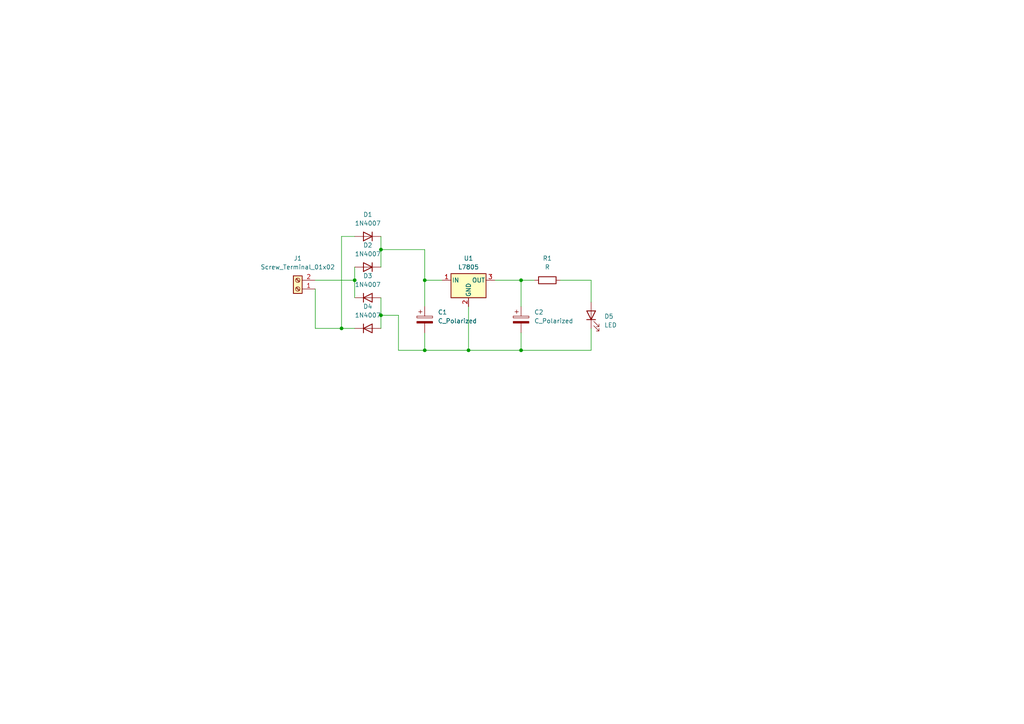
<source format=kicad_sch>
(kicad_sch
	(version 20250114)
	(generator "eeschema")
	(generator_version "9.0")
	(uuid "9af28165-831c-495d-9f8e-f989b438cdac")
	(paper "A4")
	(lib_symbols
		(symbol "Connector:Screw_Terminal_01x02"
			(pin_names
				(offset 1.016)
				(hide yes)
			)
			(exclude_from_sim no)
			(in_bom yes)
			(on_board yes)
			(property "Reference" "J"
				(at 0 2.54 0)
				(effects
					(font
						(size 1.27 1.27)
					)
				)
			)
			(property "Value" "Screw_Terminal_01x02"
				(at 0 -5.08 0)
				(effects
					(font
						(size 1.27 1.27)
					)
				)
			)
			(property "Footprint" ""
				(at 0 0 0)
				(effects
					(font
						(size 1.27 1.27)
					)
					(hide yes)
				)
			)
			(property "Datasheet" "~"
				(at 0 0 0)
				(effects
					(font
						(size 1.27 1.27)
					)
					(hide yes)
				)
			)
			(property "Description" "Generic screw terminal, single row, 01x02, script generated (kicad-library-utils/schlib/autogen/connector/)"
				(at 0 0 0)
				(effects
					(font
						(size 1.27 1.27)
					)
					(hide yes)
				)
			)
			(property "ki_keywords" "screw terminal"
				(at 0 0 0)
				(effects
					(font
						(size 1.27 1.27)
					)
					(hide yes)
				)
			)
			(property "ki_fp_filters" "TerminalBlock*:*"
				(at 0 0 0)
				(effects
					(font
						(size 1.27 1.27)
					)
					(hide yes)
				)
			)
			(symbol "Screw_Terminal_01x02_1_1"
				(rectangle
					(start -1.27 1.27)
					(end 1.27 -3.81)
					(stroke
						(width 0.254)
						(type default)
					)
					(fill
						(type background)
					)
				)
				(polyline
					(pts
						(xy -0.5334 0.3302) (xy 0.3302 -0.508)
					)
					(stroke
						(width 0.1524)
						(type default)
					)
					(fill
						(type none)
					)
				)
				(polyline
					(pts
						(xy -0.5334 -2.2098) (xy 0.3302 -3.048)
					)
					(stroke
						(width 0.1524)
						(type default)
					)
					(fill
						(type none)
					)
				)
				(polyline
					(pts
						(xy -0.3556 0.508) (xy 0.508 -0.3302)
					)
					(stroke
						(width 0.1524)
						(type default)
					)
					(fill
						(type none)
					)
				)
				(polyline
					(pts
						(xy -0.3556 -2.032) (xy 0.508 -2.8702)
					)
					(stroke
						(width 0.1524)
						(type default)
					)
					(fill
						(type none)
					)
				)
				(circle
					(center 0 0)
					(radius 0.635)
					(stroke
						(width 0.1524)
						(type default)
					)
					(fill
						(type none)
					)
				)
				(circle
					(center 0 -2.54)
					(radius 0.635)
					(stroke
						(width 0.1524)
						(type default)
					)
					(fill
						(type none)
					)
				)
				(pin passive line
					(at -5.08 0 0)
					(length 3.81)
					(name "Pin_1"
						(effects
							(font
								(size 1.27 1.27)
							)
						)
					)
					(number "1"
						(effects
							(font
								(size 1.27 1.27)
							)
						)
					)
				)
				(pin passive line
					(at -5.08 -2.54 0)
					(length 3.81)
					(name "Pin_2"
						(effects
							(font
								(size 1.27 1.27)
							)
						)
					)
					(number "2"
						(effects
							(font
								(size 1.27 1.27)
							)
						)
					)
				)
			)
			(embedded_fonts no)
		)
		(symbol "Device:C_Polarized"
			(pin_numbers
				(hide yes)
			)
			(pin_names
				(offset 0.254)
			)
			(exclude_from_sim no)
			(in_bom yes)
			(on_board yes)
			(property "Reference" "C"
				(at 0.635 2.54 0)
				(effects
					(font
						(size 1.27 1.27)
					)
					(justify left)
				)
			)
			(property "Value" "C_Polarized"
				(at 0.635 -2.54 0)
				(effects
					(font
						(size 1.27 1.27)
					)
					(justify left)
				)
			)
			(property "Footprint" ""
				(at 0.9652 -3.81 0)
				(effects
					(font
						(size 1.27 1.27)
					)
					(hide yes)
				)
			)
			(property "Datasheet" "~"
				(at 0 0 0)
				(effects
					(font
						(size 1.27 1.27)
					)
					(hide yes)
				)
			)
			(property "Description" "Polarized capacitor"
				(at 0 0 0)
				(effects
					(font
						(size 1.27 1.27)
					)
					(hide yes)
				)
			)
			(property "ki_keywords" "cap capacitor"
				(at 0 0 0)
				(effects
					(font
						(size 1.27 1.27)
					)
					(hide yes)
				)
			)
			(property "ki_fp_filters" "CP_*"
				(at 0 0 0)
				(effects
					(font
						(size 1.27 1.27)
					)
					(hide yes)
				)
			)
			(symbol "C_Polarized_0_1"
				(rectangle
					(start -2.286 0.508)
					(end 2.286 1.016)
					(stroke
						(width 0)
						(type default)
					)
					(fill
						(type none)
					)
				)
				(polyline
					(pts
						(xy -1.778 2.286) (xy -0.762 2.286)
					)
					(stroke
						(width 0)
						(type default)
					)
					(fill
						(type none)
					)
				)
				(polyline
					(pts
						(xy -1.27 2.794) (xy -1.27 1.778)
					)
					(stroke
						(width 0)
						(type default)
					)
					(fill
						(type none)
					)
				)
				(rectangle
					(start 2.286 -0.508)
					(end -2.286 -1.016)
					(stroke
						(width 0)
						(type default)
					)
					(fill
						(type outline)
					)
				)
			)
			(symbol "C_Polarized_1_1"
				(pin passive line
					(at 0 3.81 270)
					(length 2.794)
					(name "~"
						(effects
							(font
								(size 1.27 1.27)
							)
						)
					)
					(number "1"
						(effects
							(font
								(size 1.27 1.27)
							)
						)
					)
				)
				(pin passive line
					(at 0 -3.81 90)
					(length 2.794)
					(name "~"
						(effects
							(font
								(size 1.27 1.27)
							)
						)
					)
					(number "2"
						(effects
							(font
								(size 1.27 1.27)
							)
						)
					)
				)
			)
			(embedded_fonts no)
		)
		(symbol "Device:LED"
			(pin_numbers
				(hide yes)
			)
			(pin_names
				(offset 1.016)
				(hide yes)
			)
			(exclude_from_sim no)
			(in_bom yes)
			(on_board yes)
			(property "Reference" "D"
				(at 0 2.54 0)
				(effects
					(font
						(size 1.27 1.27)
					)
				)
			)
			(property "Value" "LED"
				(at 0 -2.54 0)
				(effects
					(font
						(size 1.27 1.27)
					)
				)
			)
			(property "Footprint" ""
				(at 0 0 0)
				(effects
					(font
						(size 1.27 1.27)
					)
					(hide yes)
				)
			)
			(property "Datasheet" "~"
				(at 0 0 0)
				(effects
					(font
						(size 1.27 1.27)
					)
					(hide yes)
				)
			)
			(property "Description" "Light emitting diode"
				(at 0 0 0)
				(effects
					(font
						(size 1.27 1.27)
					)
					(hide yes)
				)
			)
			(property "Sim.Pins" "1=K 2=A"
				(at 0 0 0)
				(effects
					(font
						(size 1.27 1.27)
					)
					(hide yes)
				)
			)
			(property "ki_keywords" "LED diode"
				(at 0 0 0)
				(effects
					(font
						(size 1.27 1.27)
					)
					(hide yes)
				)
			)
			(property "ki_fp_filters" "LED* LED_SMD:* LED_THT:*"
				(at 0 0 0)
				(effects
					(font
						(size 1.27 1.27)
					)
					(hide yes)
				)
			)
			(symbol "LED_0_1"
				(polyline
					(pts
						(xy -3.048 -0.762) (xy -4.572 -2.286) (xy -3.81 -2.286) (xy -4.572 -2.286) (xy -4.572 -1.524)
					)
					(stroke
						(width 0)
						(type default)
					)
					(fill
						(type none)
					)
				)
				(polyline
					(pts
						(xy -1.778 -0.762) (xy -3.302 -2.286) (xy -2.54 -2.286) (xy -3.302 -2.286) (xy -3.302 -1.524)
					)
					(stroke
						(width 0)
						(type default)
					)
					(fill
						(type none)
					)
				)
				(polyline
					(pts
						(xy -1.27 0) (xy 1.27 0)
					)
					(stroke
						(width 0)
						(type default)
					)
					(fill
						(type none)
					)
				)
				(polyline
					(pts
						(xy -1.27 -1.27) (xy -1.27 1.27)
					)
					(stroke
						(width 0.254)
						(type default)
					)
					(fill
						(type none)
					)
				)
				(polyline
					(pts
						(xy 1.27 -1.27) (xy 1.27 1.27) (xy -1.27 0) (xy 1.27 -1.27)
					)
					(stroke
						(width 0.254)
						(type default)
					)
					(fill
						(type none)
					)
				)
			)
			(symbol "LED_1_1"
				(pin passive line
					(at -3.81 0 0)
					(length 2.54)
					(name "K"
						(effects
							(font
								(size 1.27 1.27)
							)
						)
					)
					(number "1"
						(effects
							(font
								(size 1.27 1.27)
							)
						)
					)
				)
				(pin passive line
					(at 3.81 0 180)
					(length 2.54)
					(name "A"
						(effects
							(font
								(size 1.27 1.27)
							)
						)
					)
					(number "2"
						(effects
							(font
								(size 1.27 1.27)
							)
						)
					)
				)
			)
			(embedded_fonts no)
		)
		(symbol "Device:R"
			(pin_numbers
				(hide yes)
			)
			(pin_names
				(offset 0)
			)
			(exclude_from_sim no)
			(in_bom yes)
			(on_board yes)
			(property "Reference" "R"
				(at 2.032 0 90)
				(effects
					(font
						(size 1.27 1.27)
					)
				)
			)
			(property "Value" "R"
				(at 0 0 90)
				(effects
					(font
						(size 1.27 1.27)
					)
				)
			)
			(property "Footprint" ""
				(at -1.778 0 90)
				(effects
					(font
						(size 1.27 1.27)
					)
					(hide yes)
				)
			)
			(property "Datasheet" "~"
				(at 0 0 0)
				(effects
					(font
						(size 1.27 1.27)
					)
					(hide yes)
				)
			)
			(property "Description" "Resistor"
				(at 0 0 0)
				(effects
					(font
						(size 1.27 1.27)
					)
					(hide yes)
				)
			)
			(property "ki_keywords" "R res resistor"
				(at 0 0 0)
				(effects
					(font
						(size 1.27 1.27)
					)
					(hide yes)
				)
			)
			(property "ki_fp_filters" "R_*"
				(at 0 0 0)
				(effects
					(font
						(size 1.27 1.27)
					)
					(hide yes)
				)
			)
			(symbol "R_0_1"
				(rectangle
					(start -1.016 -2.54)
					(end 1.016 2.54)
					(stroke
						(width 0.254)
						(type default)
					)
					(fill
						(type none)
					)
				)
			)
			(symbol "R_1_1"
				(pin passive line
					(at 0 3.81 270)
					(length 1.27)
					(name "~"
						(effects
							(font
								(size 1.27 1.27)
							)
						)
					)
					(number "1"
						(effects
							(font
								(size 1.27 1.27)
							)
						)
					)
				)
				(pin passive line
					(at 0 -3.81 90)
					(length 1.27)
					(name "~"
						(effects
							(font
								(size 1.27 1.27)
							)
						)
					)
					(number "2"
						(effects
							(font
								(size 1.27 1.27)
							)
						)
					)
				)
			)
			(embedded_fonts no)
		)
		(symbol "Diode:1N4007"
			(pin_numbers
				(hide yes)
			)
			(pin_names
				(hide yes)
			)
			(exclude_from_sim no)
			(in_bom yes)
			(on_board yes)
			(property "Reference" "D"
				(at 0 2.54 0)
				(effects
					(font
						(size 1.27 1.27)
					)
				)
			)
			(property "Value" "1N4007"
				(at 0 -2.54 0)
				(effects
					(font
						(size 1.27 1.27)
					)
				)
			)
			(property "Footprint" "Diode_THT:D_DO-41_SOD81_P10.16mm_Horizontal"
				(at 0 -4.445 0)
				(effects
					(font
						(size 1.27 1.27)
					)
					(hide yes)
				)
			)
			(property "Datasheet" "http://www.vishay.com/docs/88503/1n4001.pdf"
				(at 0 0 0)
				(effects
					(font
						(size 1.27 1.27)
					)
					(hide yes)
				)
			)
			(property "Description" "1000V 1A General Purpose Rectifier Diode, DO-41"
				(at 0 0 0)
				(effects
					(font
						(size 1.27 1.27)
					)
					(hide yes)
				)
			)
			(property "Sim.Device" "D"
				(at 0 0 0)
				(effects
					(font
						(size 1.27 1.27)
					)
					(hide yes)
				)
			)
			(property "Sim.Pins" "1=K 2=A"
				(at 0 0 0)
				(effects
					(font
						(size 1.27 1.27)
					)
					(hide yes)
				)
			)
			(property "ki_keywords" "diode"
				(at 0 0 0)
				(effects
					(font
						(size 1.27 1.27)
					)
					(hide yes)
				)
			)
			(property "ki_fp_filters" "D*DO?41*"
				(at 0 0 0)
				(effects
					(font
						(size 1.27 1.27)
					)
					(hide yes)
				)
			)
			(symbol "1N4007_0_1"
				(polyline
					(pts
						(xy -1.27 1.27) (xy -1.27 -1.27)
					)
					(stroke
						(width 0.254)
						(type default)
					)
					(fill
						(type none)
					)
				)
				(polyline
					(pts
						(xy 1.27 1.27) (xy 1.27 -1.27) (xy -1.27 0) (xy 1.27 1.27)
					)
					(stroke
						(width 0.254)
						(type default)
					)
					(fill
						(type none)
					)
				)
				(polyline
					(pts
						(xy 1.27 0) (xy -1.27 0)
					)
					(stroke
						(width 0)
						(type default)
					)
					(fill
						(type none)
					)
				)
			)
			(symbol "1N4007_1_1"
				(pin passive line
					(at -3.81 0 0)
					(length 2.54)
					(name "K"
						(effects
							(font
								(size 1.27 1.27)
							)
						)
					)
					(number "1"
						(effects
							(font
								(size 1.27 1.27)
							)
						)
					)
				)
				(pin passive line
					(at 3.81 0 180)
					(length 2.54)
					(name "A"
						(effects
							(font
								(size 1.27 1.27)
							)
						)
					)
					(number "2"
						(effects
							(font
								(size 1.27 1.27)
							)
						)
					)
				)
			)
			(embedded_fonts no)
		)
		(symbol "Regulator_Linear:L7805"
			(pin_names
				(offset 0.254)
			)
			(exclude_from_sim no)
			(in_bom yes)
			(on_board yes)
			(property "Reference" "U"
				(at -3.81 3.175 0)
				(effects
					(font
						(size 1.27 1.27)
					)
				)
			)
			(property "Value" "L7805"
				(at 0 3.175 0)
				(effects
					(font
						(size 1.27 1.27)
					)
					(justify left)
				)
			)
			(property "Footprint" ""
				(at 0.635 -3.81 0)
				(effects
					(font
						(size 1.27 1.27)
						(italic yes)
					)
					(justify left)
					(hide yes)
				)
			)
			(property "Datasheet" "http://www.st.com/content/ccc/resource/technical/document/datasheet/41/4f/b3/b0/12/d4/47/88/CD00000444.pdf/files/CD00000444.pdf/jcr:content/translations/en.CD00000444.pdf"
				(at 0 -1.27 0)
				(effects
					(font
						(size 1.27 1.27)
					)
					(hide yes)
				)
			)
			(property "Description" "Positive 1.5A 35V Linear Regulator, Fixed Output 5V, TO-220/TO-263/TO-252"
				(at 0 0 0)
				(effects
					(font
						(size 1.27 1.27)
					)
					(hide yes)
				)
			)
			(property "ki_keywords" "Voltage Regulator 1.5A Positive"
				(at 0 0 0)
				(effects
					(font
						(size 1.27 1.27)
					)
					(hide yes)
				)
			)
			(property "ki_fp_filters" "TO?252* TO?263* TO?220*"
				(at 0 0 0)
				(effects
					(font
						(size 1.27 1.27)
					)
					(hide yes)
				)
			)
			(symbol "L7805_0_1"
				(rectangle
					(start -5.08 1.905)
					(end 5.08 -5.08)
					(stroke
						(width 0.254)
						(type default)
					)
					(fill
						(type background)
					)
				)
			)
			(symbol "L7805_1_1"
				(pin power_in line
					(at -7.62 0 0)
					(length 2.54)
					(name "IN"
						(effects
							(font
								(size 1.27 1.27)
							)
						)
					)
					(number "1"
						(effects
							(font
								(size 1.27 1.27)
							)
						)
					)
				)
				(pin power_in line
					(at 0 -7.62 90)
					(length 2.54)
					(name "GND"
						(effects
							(font
								(size 1.27 1.27)
							)
						)
					)
					(number "2"
						(effects
							(font
								(size 1.27 1.27)
							)
						)
					)
				)
				(pin power_out line
					(at 7.62 0 180)
					(length 2.54)
					(name "OUT"
						(effects
							(font
								(size 1.27 1.27)
							)
						)
					)
					(number "3"
						(effects
							(font
								(size 1.27 1.27)
							)
						)
					)
				)
			)
			(embedded_fonts no)
		)
	)
	(junction
		(at 110.49 72.39)
		(diameter 0)
		(color 0 0 0 0)
		(uuid "11aafba1-e7a7-4e38-ab32-90bf30a58a9e")
	)
	(junction
		(at 102.87 81.28)
		(diameter 0)
		(color 0 0 0 0)
		(uuid "1c164923-7a3e-4e9a-be87-8c1a6a49ff21")
	)
	(junction
		(at 151.13 81.28)
		(diameter 0)
		(color 0 0 0 0)
		(uuid "2d40ccdb-8502-4ed7-8f86-f483a45d6429")
	)
	(junction
		(at 123.19 81.28)
		(diameter 0)
		(color 0 0 0 0)
		(uuid "378e318e-177e-4d10-a6bf-fe063d760367")
	)
	(junction
		(at 123.19 101.6)
		(diameter 0)
		(color 0 0 0 0)
		(uuid "784bcfe3-c382-4f08-83ad-24efda08ffb0")
	)
	(junction
		(at 99.06 95.25)
		(diameter 0)
		(color 0 0 0 0)
		(uuid "7d642eee-ae5f-4105-ac48-8d621b0dcc69")
	)
	(junction
		(at 135.89 101.6)
		(diameter 0)
		(color 0 0 0 0)
		(uuid "927103a2-3818-41fb-beb9-d27c14f2988f")
	)
	(junction
		(at 110.49 91.44)
		(diameter 0)
		(color 0 0 0 0)
		(uuid "e2610d06-24d3-4cda-85c0-532adf256acc")
	)
	(junction
		(at 151.13 101.6)
		(diameter 0)
		(color 0 0 0 0)
		(uuid "e9f1c9e9-abf5-459e-89a8-1f8d19977cba")
	)
	(wire
		(pts
			(xy 102.87 68.58) (xy 99.06 68.58)
		)
		(stroke
			(width 0)
			(type default)
		)
		(uuid "03cc0e09-51b0-4cfb-b0ac-a4545c4f163f")
	)
	(wire
		(pts
			(xy 123.19 72.39) (xy 123.19 81.28)
		)
		(stroke
			(width 0)
			(type default)
		)
		(uuid "20212284-316c-460a-a127-454e098dc0eb")
	)
	(wire
		(pts
			(xy 171.45 95.25) (xy 171.45 101.6)
		)
		(stroke
			(width 0)
			(type default)
		)
		(uuid "284af522-c255-47e2-9321-9b91458e8555")
	)
	(wire
		(pts
			(xy 110.49 86.36) (xy 110.49 91.44)
		)
		(stroke
			(width 0)
			(type default)
		)
		(uuid "2b1f80b2-8458-47fe-8019-33bfd0c1e4f8")
	)
	(wire
		(pts
			(xy 99.06 95.25) (xy 102.87 95.25)
		)
		(stroke
			(width 0)
			(type default)
		)
		(uuid "33fa7dd3-5b1a-4afa-945f-4487fd95ce07")
	)
	(wire
		(pts
			(xy 110.49 91.44) (xy 110.49 95.25)
		)
		(stroke
			(width 0)
			(type default)
		)
		(uuid "35c64465-5e07-44e9-a45f-a5cc2432de5f")
	)
	(wire
		(pts
			(xy 135.89 88.9) (xy 135.89 101.6)
		)
		(stroke
			(width 0)
			(type default)
		)
		(uuid "372f1c0f-c646-4342-9873-96c40111e2f9")
	)
	(wire
		(pts
			(xy 110.49 72.39) (xy 110.49 77.47)
		)
		(stroke
			(width 0)
			(type default)
		)
		(uuid "4a52181d-fba2-4c92-ae08-0f02505f295d")
	)
	(wire
		(pts
			(xy 110.49 68.58) (xy 110.49 72.39)
		)
		(stroke
			(width 0)
			(type default)
		)
		(uuid "4b75c032-e55e-4696-b27c-e6204a15daaa")
	)
	(wire
		(pts
			(xy 91.44 95.25) (xy 99.06 95.25)
		)
		(stroke
			(width 0)
			(type default)
		)
		(uuid "53e57b11-a32b-480e-8d17-b13b40a8a191")
	)
	(wire
		(pts
			(xy 102.87 77.47) (xy 102.87 81.28)
		)
		(stroke
			(width 0)
			(type default)
		)
		(uuid "5a83f8a4-7694-471a-96f4-b326b2a95aed")
	)
	(wire
		(pts
			(xy 128.27 81.28) (xy 123.19 81.28)
		)
		(stroke
			(width 0)
			(type default)
		)
		(uuid "6436d31f-d38b-435e-ac68-569ad905b30b")
	)
	(wire
		(pts
			(xy 151.13 101.6) (xy 151.13 96.52)
		)
		(stroke
			(width 0)
			(type default)
		)
		(uuid "6c0487b8-0828-4194-9ae1-c61897e1c2ad")
	)
	(wire
		(pts
			(xy 99.06 68.58) (xy 99.06 95.25)
		)
		(stroke
			(width 0)
			(type default)
		)
		(uuid "74974cf1-fd61-4e25-ae8c-8ef9cb7809a4")
	)
	(wire
		(pts
			(xy 123.19 96.52) (xy 123.19 101.6)
		)
		(stroke
			(width 0)
			(type default)
		)
		(uuid "76e2c943-64be-443c-be7c-cbd7fab74442")
	)
	(wire
		(pts
			(xy 171.45 101.6) (xy 151.13 101.6)
		)
		(stroke
			(width 0)
			(type default)
		)
		(uuid "870a8179-7ab8-468e-8685-6c3b2a739623")
	)
	(wire
		(pts
			(xy 171.45 81.28) (xy 171.45 87.63)
		)
		(stroke
			(width 0)
			(type default)
		)
		(uuid "87919616-773e-4330-bf4d-e4987c97b382")
	)
	(wire
		(pts
			(xy 115.57 91.44) (xy 115.57 101.6)
		)
		(stroke
			(width 0)
			(type default)
		)
		(uuid "89531092-7809-4623-8795-a9ae04d2310a")
	)
	(wire
		(pts
			(xy 151.13 81.28) (xy 154.94 81.28)
		)
		(stroke
			(width 0)
			(type default)
		)
		(uuid "94f8a8ef-2e87-4a92-a322-496f90a067d5")
	)
	(wire
		(pts
			(xy 162.56 81.28) (xy 171.45 81.28)
		)
		(stroke
			(width 0)
			(type default)
		)
		(uuid "99f6aeba-cf45-4016-b403-e1547efe871d")
	)
	(wire
		(pts
			(xy 115.57 101.6) (xy 123.19 101.6)
		)
		(stroke
			(width 0)
			(type default)
		)
		(uuid "a0ec99e9-959e-4bfe-9683-d6f5b7b972c2")
	)
	(wire
		(pts
			(xy 135.89 101.6) (xy 151.13 101.6)
		)
		(stroke
			(width 0)
			(type default)
		)
		(uuid "a3db9248-8bcc-466c-a0cc-10b7a152b098")
	)
	(wire
		(pts
			(xy 123.19 101.6) (xy 135.89 101.6)
		)
		(stroke
			(width 0)
			(type default)
		)
		(uuid "aafca399-6d9f-4ad9-87b0-8b85496196e0")
	)
	(wire
		(pts
			(xy 123.19 81.28) (xy 123.19 88.9)
		)
		(stroke
			(width 0)
			(type default)
		)
		(uuid "b968a002-7055-4e95-9966-7aca206a7423")
	)
	(wire
		(pts
			(xy 110.49 72.39) (xy 123.19 72.39)
		)
		(stroke
			(width 0)
			(type default)
		)
		(uuid "ba2518a6-f028-4d8b-95b6-abed0faf588f")
	)
	(wire
		(pts
			(xy 102.87 81.28) (xy 102.87 86.36)
		)
		(stroke
			(width 0)
			(type default)
		)
		(uuid "bf96af3a-ec3d-4abd-b961-0ad3473e932d")
	)
	(wire
		(pts
			(xy 91.44 81.28) (xy 102.87 81.28)
		)
		(stroke
			(width 0)
			(type default)
		)
		(uuid "cec2895f-9d42-4033-96b4-adeebcabef3c")
	)
	(wire
		(pts
			(xy 110.49 91.44) (xy 115.57 91.44)
		)
		(stroke
			(width 0)
			(type default)
		)
		(uuid "d5375ffd-3283-411e-acfe-ce6157012e5e")
	)
	(wire
		(pts
			(xy 91.44 95.25) (xy 91.44 83.82)
		)
		(stroke
			(width 0)
			(type default)
		)
		(uuid "d70f65fc-4c8a-4c1b-b6fa-bcde3124d52d")
	)
	(wire
		(pts
			(xy 151.13 88.9) (xy 151.13 81.28)
		)
		(stroke
			(width 0)
			(type default)
		)
		(uuid "ebf1b227-9eb5-45a6-b585-9861f3fc069e")
	)
	(wire
		(pts
			(xy 143.51 81.28) (xy 151.13 81.28)
		)
		(stroke
			(width 0)
			(type default)
		)
		(uuid "ef7b58dc-57ce-478b-af23-21cdc816958c")
	)
	(symbol
		(lib_id "Device:C_Polarized")
		(at 123.19 92.71 0)
		(unit 1)
		(exclude_from_sim no)
		(in_bom yes)
		(on_board yes)
		(dnp no)
		(fields_autoplaced yes)
		(uuid "12512665-25aa-4ae8-b7de-7f7738eb84a5")
		(property "Reference" "C1"
			(at 127 90.5509 0)
			(effects
				(font
					(size 1.27 1.27)
				)
				(justify left)
			)
		)
		(property "Value" "C_Polarized"
			(at 127 93.0909 0)
			(effects
				(font
					(size 1.27 1.27)
				)
				(justify left)
			)
		)
		(property "Footprint" "Capacitor_THT:CP_Radial_D8.0mm_P5.00mm"
			(at 124.1552 96.52 0)
			(effects
				(font
					(size 1.27 1.27)
				)
				(hide yes)
			)
		)
		(property "Datasheet" "~"
			(at 123.19 92.71 0)
			(effects
				(font
					(size 1.27 1.27)
				)
				(hide yes)
			)
		)
		(property "Description" "Polarized capacitor"
			(at 123.19 92.71 0)
			(effects
				(font
					(size 1.27 1.27)
				)
				(hide yes)
			)
		)
		(pin "2"
			(uuid "7e9f3b9c-4805-4e5e-a628-ee0ddc029bc6")
		)
		(pin "1"
			(uuid "a375a07f-d197-40e9-a503-a09fa7031e47")
		)
		(instances
			(project ""
				(path "/9af28165-831c-495d-9f8e-f989b438cdac"
					(reference "C1")
					(unit 1)
				)
			)
		)
	)
	(symbol
		(lib_id "Connector:Screw_Terminal_01x02")
		(at 86.36 83.82 180)
		(unit 1)
		(exclude_from_sim no)
		(in_bom yes)
		(on_board yes)
		(dnp no)
		(fields_autoplaced yes)
		(uuid "1d13f836-52e7-4332-981b-c5d11ea474cd")
		(property "Reference" "J1"
			(at 86.36 74.93 0)
			(effects
				(font
					(size 1.27 1.27)
				)
			)
		)
		(property "Value" "Screw_Terminal_01x02"
			(at 86.36 77.47 0)
			(effects
				(font
					(size 1.27 1.27)
				)
			)
		)
		(property "Footprint" "TerminalBlock:TerminalBlock_MaiXu_MX126-5.0-02P_1x02_P5.00mm"
			(at 86.36 83.82 0)
			(effects
				(font
					(size 1.27 1.27)
				)
				(hide yes)
			)
		)
		(property "Datasheet" "~"
			(at 86.36 83.82 0)
			(effects
				(font
					(size 1.27 1.27)
				)
				(hide yes)
			)
		)
		(property "Description" "Generic screw terminal, single row, 01x02, script generated (kicad-library-utils/schlib/autogen/connector/)"
			(at 86.36 83.82 0)
			(effects
				(font
					(size 1.27 1.27)
				)
				(hide yes)
			)
		)
		(pin "1"
			(uuid "b63aa4d1-c798-44de-a731-dd5b48e522d0")
		)
		(pin "2"
			(uuid "ef56daa4-87f7-481f-a45d-afc61b69bb2c")
		)
		(instances
			(project ""
				(path "/9af28165-831c-495d-9f8e-f989b438cdac"
					(reference "J1")
					(unit 1)
				)
			)
		)
	)
	(symbol
		(lib_id "Diode:1N4007")
		(at 106.68 95.25 0)
		(unit 1)
		(exclude_from_sim no)
		(in_bom yes)
		(on_board yes)
		(dnp no)
		(fields_autoplaced yes)
		(uuid "550ee5c4-18d5-4a7f-b5af-c56021f247f0")
		(property "Reference" "D4"
			(at 106.68 88.9 0)
			(effects
				(font
					(size 1.27 1.27)
				)
			)
		)
		(property "Value" "1N4007"
			(at 106.68 91.44 0)
			(effects
				(font
					(size 1.27 1.27)
				)
			)
		)
		(property "Footprint" "Diode_THT:D_DO-41_SOD81_P10.16mm_Horizontal"
			(at 106.68 99.695 0)
			(effects
				(font
					(size 1.27 1.27)
				)
				(hide yes)
			)
		)
		(property "Datasheet" "http://www.vishay.com/docs/88503/1n4001.pdf"
			(at 106.68 95.25 0)
			(effects
				(font
					(size 1.27 1.27)
				)
				(hide yes)
			)
		)
		(property "Description" "1000V 1A General Purpose Rectifier Diode, DO-41"
			(at 106.68 95.25 0)
			(effects
				(font
					(size 1.27 1.27)
				)
				(hide yes)
			)
		)
		(property "Sim.Device" "D"
			(at 106.68 95.25 0)
			(effects
				(font
					(size 1.27 1.27)
				)
				(hide yes)
			)
		)
		(property "Sim.Pins" "1=K 2=A"
			(at 106.68 95.25 0)
			(effects
				(font
					(size 1.27 1.27)
				)
				(hide yes)
			)
		)
		(pin "1"
			(uuid "c8b46314-b616-4802-baad-4e5a2743d486")
		)
		(pin "2"
			(uuid "d507f6a4-9319-465f-adca-04cfe2389550")
		)
		(instances
			(project ""
				(path "/9af28165-831c-495d-9f8e-f989b438cdac"
					(reference "D4")
					(unit 1)
				)
			)
		)
	)
	(symbol
		(lib_id "Diode:1N4007")
		(at 106.68 77.47 180)
		(unit 1)
		(exclude_from_sim no)
		(in_bom yes)
		(on_board yes)
		(dnp no)
		(fields_autoplaced yes)
		(uuid "589008ec-6645-489f-a554-dfbfb1d69a64")
		(property "Reference" "D2"
			(at 106.68 71.12 0)
			(effects
				(font
					(size 1.27 1.27)
				)
			)
		)
		(property "Value" "1N4007"
			(at 106.68 73.66 0)
			(effects
				(font
					(size 1.27 1.27)
				)
			)
		)
		(property "Footprint" "Diode_THT:D_DO-41_SOD81_P10.16mm_Horizontal"
			(at 106.68 73.025 0)
			(effects
				(font
					(size 1.27 1.27)
				)
				(hide yes)
			)
		)
		(property "Datasheet" "http://www.vishay.com/docs/88503/1n4001.pdf"
			(at 106.68 77.47 0)
			(effects
				(font
					(size 1.27 1.27)
				)
				(hide yes)
			)
		)
		(property "Description" "1000V 1A General Purpose Rectifier Diode, DO-41"
			(at 106.68 77.47 0)
			(effects
				(font
					(size 1.27 1.27)
				)
				(hide yes)
			)
		)
		(property "Sim.Device" "D"
			(at 106.68 77.47 0)
			(effects
				(font
					(size 1.27 1.27)
				)
				(hide yes)
			)
		)
		(property "Sim.Pins" "1=K 2=A"
			(at 106.68 77.47 0)
			(effects
				(font
					(size 1.27 1.27)
				)
				(hide yes)
			)
		)
		(pin "1"
			(uuid "d58a686d-ba2a-4e6d-b8ca-a95f5b690b19")
		)
		(pin "2"
			(uuid "73435d2f-9096-4b91-aa18-25b5cc4a77eb")
		)
		(instances
			(project ""
				(path "/9af28165-831c-495d-9f8e-f989b438cdac"
					(reference "D2")
					(unit 1)
				)
			)
		)
	)
	(symbol
		(lib_id "Diode:1N4007")
		(at 106.68 86.36 0)
		(unit 1)
		(exclude_from_sim no)
		(in_bom yes)
		(on_board yes)
		(dnp no)
		(fields_autoplaced yes)
		(uuid "77f9e5aa-53a1-47f6-bc91-27570ae556c6")
		(property "Reference" "D3"
			(at 106.68 80.01 0)
			(effects
				(font
					(size 1.27 1.27)
				)
			)
		)
		(property "Value" "1N4007"
			(at 106.68 82.55 0)
			(effects
				(font
					(size 1.27 1.27)
				)
			)
		)
		(property "Footprint" "Diode_THT:D_DO-41_SOD81_P10.16mm_Horizontal"
			(at 106.68 90.805 0)
			(effects
				(font
					(size 1.27 1.27)
				)
				(hide yes)
			)
		)
		(property "Datasheet" "http://www.vishay.com/docs/88503/1n4001.pdf"
			(at 106.68 86.36 0)
			(effects
				(font
					(size 1.27 1.27)
				)
				(hide yes)
			)
		)
		(property "Description" "1000V 1A General Purpose Rectifier Diode, DO-41"
			(at 106.68 86.36 0)
			(effects
				(font
					(size 1.27 1.27)
				)
				(hide yes)
			)
		)
		(property "Sim.Device" "D"
			(at 106.68 86.36 0)
			(effects
				(font
					(size 1.27 1.27)
				)
				(hide yes)
			)
		)
		(property "Sim.Pins" "1=K 2=A"
			(at 106.68 86.36 0)
			(effects
				(font
					(size 1.27 1.27)
				)
				(hide yes)
			)
		)
		(pin "2"
			(uuid "2e9345d9-18f0-4cd2-9eda-ec55bba5b98a")
		)
		(pin "1"
			(uuid "d59b02de-d647-4e0a-af36-343b378564fd")
		)
		(instances
			(project ""
				(path "/9af28165-831c-495d-9f8e-f989b438cdac"
					(reference "D3")
					(unit 1)
				)
			)
		)
	)
	(symbol
		(lib_id "Device:R")
		(at 158.75 81.28 90)
		(unit 1)
		(exclude_from_sim no)
		(in_bom yes)
		(on_board yes)
		(dnp no)
		(fields_autoplaced yes)
		(uuid "a90aaca7-a94d-42d2-82b8-e108bc8fed23")
		(property "Reference" "R1"
			(at 158.75 74.93 90)
			(effects
				(font
					(size 1.27 1.27)
				)
			)
		)
		(property "Value" "R"
			(at 158.75 77.47 90)
			(effects
				(font
					(size 1.27 1.27)
				)
			)
		)
		(property "Footprint" "Resistor_THT:R_Axial_DIN0204_L3.6mm_D1.6mm_P7.62mm_Horizontal"
			(at 158.75 83.058 90)
			(effects
				(font
					(size 1.27 1.27)
				)
				(hide yes)
			)
		)
		(property "Datasheet" "~"
			(at 158.75 81.28 0)
			(effects
				(font
					(size 1.27 1.27)
				)
				(hide yes)
			)
		)
		(property "Description" "Resistor"
			(at 158.75 81.28 0)
			(effects
				(font
					(size 1.27 1.27)
				)
				(hide yes)
			)
		)
		(pin "1"
			(uuid "b50c4b33-fa15-4998-aedd-630441f756ac")
		)
		(pin "2"
			(uuid "d7cb75cd-e956-41c2-9393-d0b78c235ecf")
		)
		(instances
			(project ""
				(path "/9af28165-831c-495d-9f8e-f989b438cdac"
					(reference "R1")
					(unit 1)
				)
			)
		)
	)
	(symbol
		(lib_id "Device:C_Polarized")
		(at 151.13 92.71 0)
		(unit 1)
		(exclude_from_sim no)
		(in_bom yes)
		(on_board yes)
		(dnp no)
		(fields_autoplaced yes)
		(uuid "aab60f50-01d8-4bc3-920d-32aa3f374a73")
		(property "Reference" "C2"
			(at 154.94 90.5509 0)
			(effects
				(font
					(size 1.27 1.27)
				)
				(justify left)
			)
		)
		(property "Value" "C_Polarized"
			(at 154.94 93.0909 0)
			(effects
				(font
					(size 1.27 1.27)
				)
				(justify left)
			)
		)
		(property "Footprint" "Capacitor_THT:CP_Radial_D8.0mm_P5.00mm"
			(at 152.0952 96.52 0)
			(effects
				(font
					(size 1.27 1.27)
				)
				(hide yes)
			)
		)
		(property "Datasheet" "~"
			(at 151.13 92.71 0)
			(effects
				(font
					(size 1.27 1.27)
				)
				(hide yes)
			)
		)
		(property "Description" "Polarized capacitor"
			(at 151.13 92.71 0)
			(effects
				(font
					(size 1.27 1.27)
				)
				(hide yes)
			)
		)
		(pin "2"
			(uuid "d5ace6d6-be2c-4354-a173-fd2494d4c47b")
		)
		(pin "1"
			(uuid "d26aa051-05f2-45d6-8c60-5a0137ff6f06")
		)
		(instances
			(project ""
				(path "/9af28165-831c-495d-9f8e-f989b438cdac"
					(reference "C2")
					(unit 1)
				)
			)
		)
	)
	(symbol
		(lib_id "Device:LED")
		(at 171.45 91.44 90)
		(unit 1)
		(exclude_from_sim no)
		(in_bom yes)
		(on_board yes)
		(dnp no)
		(fields_autoplaced yes)
		(uuid "cbc6ecde-073c-48bc-a151-5af96f710e1c")
		(property "Reference" "D5"
			(at 175.26 91.7574 90)
			(effects
				(font
					(size 1.27 1.27)
				)
				(justify right)
			)
		)
		(property "Value" "LED"
			(at 175.26 94.2974 90)
			(effects
				(font
					(size 1.27 1.27)
				)
				(justify right)
			)
		)
		(property "Footprint" "LED_THT:LED_D5.0mm"
			(at 171.45 91.44 0)
			(effects
				(font
					(size 1.27 1.27)
				)
				(hide yes)
			)
		)
		(property "Datasheet" "~"
			(at 171.45 91.44 0)
			(effects
				(font
					(size 1.27 1.27)
				)
				(hide yes)
			)
		)
		(property "Description" "Light emitting diode"
			(at 171.45 91.44 0)
			(effects
				(font
					(size 1.27 1.27)
				)
				(hide yes)
			)
		)
		(property "Sim.Pins" "1=K 2=A"
			(at 171.45 91.44 0)
			(effects
				(font
					(size 1.27 1.27)
				)
				(hide yes)
			)
		)
		(pin "1"
			(uuid "acb315f5-daa2-47dc-a39c-f8888b9a2a32")
		)
		(pin "2"
			(uuid "3d0b0c36-9b28-4cb3-957e-20a5c4050a9b")
		)
		(instances
			(project ""
				(path "/9af28165-831c-495d-9f8e-f989b438cdac"
					(reference "D5")
					(unit 1)
				)
			)
		)
	)
	(symbol
		(lib_id "Regulator_Linear:L7805")
		(at 135.89 81.28 0)
		(unit 1)
		(exclude_from_sim no)
		(in_bom yes)
		(on_board yes)
		(dnp no)
		(fields_autoplaced yes)
		(uuid "e3eb96f5-7919-4590-8b0f-5218ebaa1240")
		(property "Reference" "U1"
			(at 135.89 74.93 0)
			(effects
				(font
					(size 1.27 1.27)
				)
			)
		)
		(property "Value" "L7805"
			(at 135.89 77.47 0)
			(effects
				(font
					(size 1.27 1.27)
				)
			)
		)
		(property "Footprint" "Package_TO_SOT_THT:TO-220-3_Vertical"
			(at 136.525 85.09 0)
			(effects
				(font
					(size 1.27 1.27)
					(italic yes)
				)
				(justify left)
				(hide yes)
			)
		)
		(property "Datasheet" "http://www.st.com/content/ccc/resource/technical/document/datasheet/41/4f/b3/b0/12/d4/47/88/CD00000444.pdf/files/CD00000444.pdf/jcr:content/translations/en.CD00000444.pdf"
			(at 135.89 82.55 0)
			(effects
				(font
					(size 1.27 1.27)
				)
				(hide yes)
			)
		)
		(property "Description" "Positive 1.5A 35V Linear Regulator, Fixed Output 5V, TO-220/TO-263/TO-252"
			(at 135.89 81.28 0)
			(effects
				(font
					(size 1.27 1.27)
				)
				(hide yes)
			)
		)
		(pin "2"
			(uuid "7d61d27e-55df-4641-a138-cc21e61e6daa")
		)
		(pin "1"
			(uuid "876dd0d9-fcab-4d66-ad36-3686530c4f94")
		)
		(pin "3"
			(uuid "2a70ff3c-713b-41ef-86c9-291ae9ee8464")
		)
		(instances
			(project ""
				(path "/9af28165-831c-495d-9f8e-f989b438cdac"
					(reference "U1")
					(unit 1)
				)
			)
		)
	)
	(symbol
		(lib_id "Diode:1N4007")
		(at 106.68 68.58 180)
		(unit 1)
		(exclude_from_sim no)
		(in_bom yes)
		(on_board yes)
		(dnp no)
		(fields_autoplaced yes)
		(uuid "f0a9fa8f-3fbc-4bdd-b945-f62732eba6af")
		(property "Reference" "D1"
			(at 106.68 62.23 0)
			(effects
				(font
					(size 1.27 1.27)
				)
			)
		)
		(property "Value" "1N4007"
			(at 106.68 64.77 0)
			(effects
				(font
					(size 1.27 1.27)
				)
			)
		)
		(property "Footprint" "Diode_THT:D_DO-41_SOD81_P10.16mm_Horizontal"
			(at 106.68 64.135 0)
			(effects
				(font
					(size 1.27 1.27)
				)
				(hide yes)
			)
		)
		(property "Datasheet" "http://www.vishay.com/docs/88503/1n4001.pdf"
			(at 106.68 68.58 0)
			(effects
				(font
					(size 1.27 1.27)
				)
				(hide yes)
			)
		)
		(property "Description" "1000V 1A General Purpose Rectifier Diode, DO-41"
			(at 106.68 68.58 0)
			(effects
				(font
					(size 1.27 1.27)
				)
				(hide yes)
			)
		)
		(property "Sim.Device" "D"
			(at 106.68 68.58 0)
			(effects
				(font
					(size 1.27 1.27)
				)
				(hide yes)
			)
		)
		(property "Sim.Pins" "1=K 2=A"
			(at 106.68 68.58 0)
			(effects
				(font
					(size 1.27 1.27)
				)
				(hide yes)
			)
		)
		(pin "2"
			(uuid "0f41b722-585e-47ca-88ef-e625049834bb")
		)
		(pin "1"
			(uuid "6a72028b-3040-49d2-9f12-7445c2c2b2fe")
		)
		(instances
			(project ""
				(path "/9af28165-831c-495d-9f8e-f989b438cdac"
					(reference "D1")
					(unit 1)
				)
			)
		)
	)
	(sheet_instances
		(path "/"
			(page "1")
		)
	)
	(embedded_fonts no)
)

</source>
